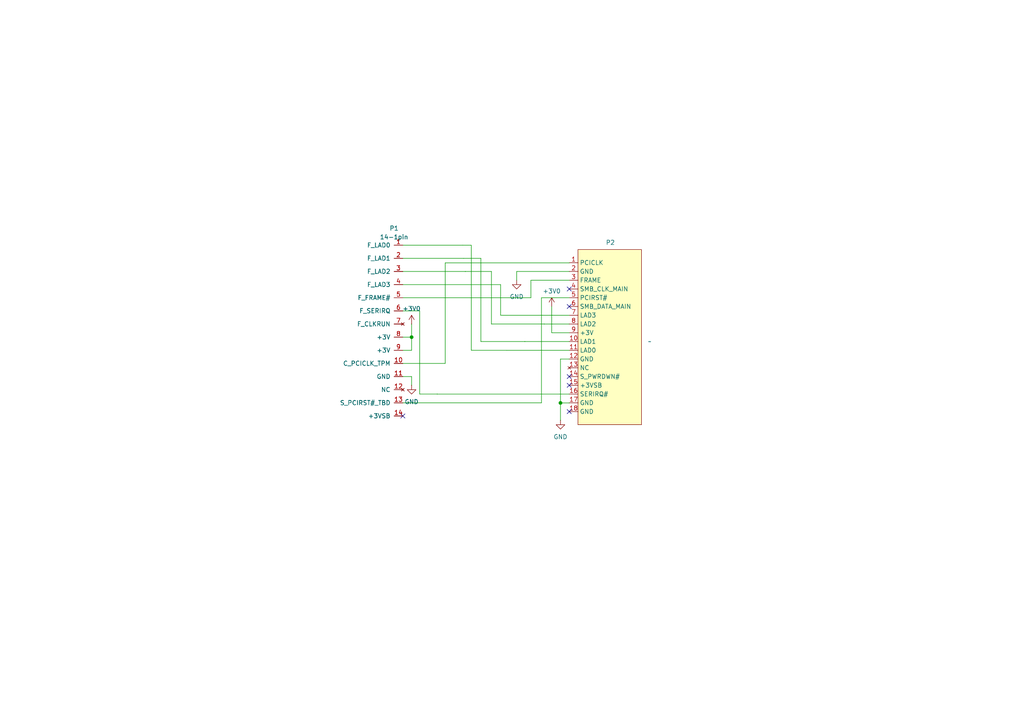
<source format=kicad_sch>
(kicad_sch (version 20231120) (generator "eeschema") (generator_version "8.0")
  (paper "A4")
  (title_block (title "Asus TPM 2.0 To Asrock TPM 2.0 Adapter") (date "2024-12-01") (rev "1.0") (company "Jeff Chen"))
  (lib_symbols
    (symbol "AsrockTPM:AsrockTPM"
      (property "Reference" "P" (at 9.144 1.27 0))
      (symbol "AsrockTPM_0_0"
        (pin output line (at -2.54 -3.81 0) (length 2.54) (name "PCICLK") (number "1"))
        (pin tri_state line (at -2.54 -26.67 0) (length 2.54) (name "LAD1") (number "10"))
        (pin tri_state line (at -2.54 -29.21 0) (length 2.54) (name "LAD0") (number "11"))
        (pin power_in line (at -2.54 -31.75 0) (length 2.54) (name "GND") (number "12"))
        (pin no_connect line (at -2.54 -34.29 0) (length 2.54) (name "NC") (number "13"))
        (pin output line (at -2.54 -36.83 0) (length 2.54) (name "S_PWRDWN#") (number "14"))
        (pin power_out line (at -2.54 -39.37 0) (length 2.54) (name "+3VSB") (number "15"))
        (pin output line (at -2.54 -41.91 0) (length 2.54) (name "SERIRQ#") (number "16"))
        (pin power_in line (at -2.54 -44.45 0) (length 2.54) (name "GND") (number "17"))
        (pin power_in line (at -2.54 -46.99 0) (length 2.54) (name "GND") (number "18"))
        (pin power_in line (at -2.54 -6.35 0) (length 2.54) (name "GND") (number "2"))
        (pin output line (at -2.54 -8.89 0) (length 2.54) (name "FRAME") (number "3"))
        (pin output line (at -2.54 -11.43 0) (length 2.54) (name "SMB_CLK_MAIN") (number "4"))
        (pin output line (at -2.54 -13.97 0) (length 2.54) (name "PCIRST#") (number "5"))
        (pin output line (at -2.54 -16.51 0) (length 2.54) (name "SMB_DATA_MAIN") (number "6"))
        (pin tri_state line (at -2.54 -19.05 0) (length 2.54) (name "LAD3") (number "7"))
        (pin tri_state line (at -2.54 -21.59 0) (length 2.54) (name "LAD2") (number "8"))
        (pin power_out line (at -2.54 -24.13 0) (length 2.54) (name "+3V") (number "9"))
      )
      (symbol "AsrockTPM_1_1"
        (rectangle (start 0 0) (end 18.415 -50.8) (fill (type background)))
      )
    )
    (symbol "MyTPM:14-1pin" (pin_names (offset 1.016))
      (property "Reference" "P" (at 7.62 0 0))
      (property "Value" "14-1pin" (at -6.35 0 0))
      (symbol "14-1pin_0_0"
        (pin bidirectional line (at 0 -3.81 0) (length 2.54) (name "F_LAD0") (number "1"))
        (pin unspecified line (at 0 -38.1 0) (length 2.54) (name "C_PCICLK_TPM") (number "10"))
        (pin power_in line (at 0 -41.91 0) (length 2.54) (name "GND") (number "11"))
        (pin no_connect line (at 0 -45.72 0) (length 2.54) (name "NC") (number "12"))
        (pin unspecified line (at 0 -49.53 0) (length 2.54) (name "S_PCIRST#_TBD") (number "13"))
        (pin power_in line (at 0 -53.34 0) (length 2.54) (name "+3VSB") (number "14"))
        (pin bidirectional line (at 0 -7.62 0) (length 2.54) (name "F_LAD1") (number "2"))
        (pin bidirectional line (at 0 -11.43 0) (length 2.54) (name "F_LAD2") (number "3"))
        (pin bidirectional line (at 0 -15.24 0) (length 2.54) (name "F_LAD3") (number "4"))
        (pin unspecified line (at 0 -19.05 0) (length 2.54) (name "F_FRAME#") (number "5"))
        (pin unspecified line (at 0 -22.86 0) (length 2.54) (name "F_SERIRQ") (number "6"))
        (pin no_connect line (at 0 -26.67 0) (length 2.54) (name "F_CLKRUN") (number "7"))
        (pin power_in line (at 0 -30.48 0) (length 2.54) (name "+3V") (number "8"))
        (pin power_in line (at 0 -34.29 0) (length 2.54) (name "+3V") (number "9"))
      )
    )
    (symbol "power:+3V0" (power) (pin_numbers hide) (pin_names (offset 0) hide)
      (property "Value" "+3V0" (at 0 3.556 0))
      (symbol "+3V0_0_1"
        (polyline (pts (xy -0.762 1.27) (xy 0 2.54)))
        (polyline (pts (xy 0 0) (xy 0 2.54)))
        (polyline (pts (xy 0 2.54) (xy 0.762 1.27)))
      )
      (symbol "+3V0_1_1"
        (pin power_in line (at 0 0 90) (length 0) (name "~") (number "1"))
      )
    )
    (symbol "power:GND" (power) (pin_numbers hide) (pin_names (offset 0) hide)
      (property "Value" "GND" (at 0 -3.81 0))
      (symbol "GND_0_1"
        (polyline (pts (xy 0 0) (xy 0 -1.27) (xy 1.27 -1.27) (xy 0 -2.54) (xy -1.27 -1.27) (xy 0 -1.27)))
      )
      (symbol "GND_1_1"
        (pin power_in line (at 0 0 270) (length 0) (name "~") (number "1"))
      )
    )
  )
  (junction (at 162.56 116.8651))
  (junction (at 119.38 97.79))
  (no_connect (at 165.1 83.82))
  (no_connect (at 165.1 88.9))
  (no_connect (at 165.1 109.22))
  (no_connect (at 116.84 120.65))
  (no_connect (at 165.1 119.38))
  (no_connect (at 165.1 111.76))
  (wire (pts (xy 160.02 88.9) (xy 160.02 96.52)))
  (wire (pts (xy 116.84 97.79) (xy 119.38 97.79)))
  (wire (pts (xy 116.84 82.55) (xy 145.1983 82.55)))
  (wire (pts (xy 162.56 104.14) (xy 162.56 116.8651)))
  (wire (pts (xy 162.56 116.8651) (xy 162.56 121.92)))
  (wire (pts (xy 146.9086 101.5969) (xy 146.9086 101.6)))
  (wire (pts (xy 153.9845 86.36) (xy 153.9845 81.28)))
  (wire (pts (xy 163.0361 91.4369) (xy 163.0361 91.44)))
  (wire (pts (xy 121.7297 114.2918) (xy 126.8097 114.2918)))
  (wire (pts (xy 116.84 86.36) (xy 153.9845 86.36)))
  (wire (pts (xy 153.9845 81.28) (xy 165.1 81.28)))
  (wire (pts (xy 160.02 96.52) (xy 165.1 96.52)))
  (wire (pts (xy 145.1983 82.55) (xy 145.1983 91.4369)))
  (wire (pts (xy 134.9771 78.74) (xy 116.84 78.74)))
  (wire (pts (xy 146.9086 101.6) (xy 165.1 101.6)))
  (wire (pts (xy 145.1983 91.4369) (xy 163.0361 91.4369)))
  (wire (pts (xy 157.8371 93.9769) (xy 157.8371 93.98)))
  (wire (pts (xy 116.84 109.22) (xy 119.38 109.22)))
  (wire (pts (xy 134.2086 71.1169) (xy 134.2086 71.12)))
  (wire (pts (xy 116.84 116.84) (xy 157.0482 116.84)))
  (wire (pts (xy 149.86 78.74) (xy 149.86 81.28)))
  (wire (pts (xy 126.8097 114.3) (xy 165.1 114.3)))
  (wire (pts (xy 152.2335 99.06) (xy 165.1 99.06)))
  (wire (pts (xy 157.8371 93.98) (xy 165.1 93.98)))
  (wire (pts (xy 134.2086 71.12) (xy 116.84 71.12)))
  (wire (pts (xy 142.5393 93.9769) (xy 157.8371 93.9769)))
  (wire (pts (xy 157.0482 86.36) (xy 165.1 86.36)))
  (wire (pts (xy 165.1 76.2432) (xy 165.1 76.2)))
  (wire (pts (xy 139.4757 99.0569) (xy 152.2335 99.0569)))
  (wire (pts (xy 129.132 76.2432) (xy 165.1 76.2432)))
  (wire (pts (xy 136.6908 71.1169) (xy 136.6908 101.5969)))
  (wire (pts (xy 121.7297 90.1618) (xy 121.7297 114.2918)))
  (wire (pts (xy 134.9771 78.7369) (xy 142.5393 78.7369)))
  (wire (pts (xy 134.9771 78.7369) (xy 134.9771 78.74)))
  (wire (pts (xy 142.5393 78.7369) (xy 142.5393 93.9769)))
  (wire (pts (xy 165.1 78.74) (xy 149.86 78.74)))
  (wire (pts (xy 129.132 105.41) (xy 129.132 76.2432)))
  (wire (pts (xy 165.1 116.8651) (xy 165.1 116.84)))
  (wire (pts (xy 165.1 104.14) (xy 162.56 104.14)))
  (wire (pts (xy 136.6908 101.5969) (xy 146.9086 101.5969)))
  (wire (pts (xy 157.0482 116.84) (xy 157.0482 86.36)))
  (wire (pts (xy 139.4757 74.9269) (xy 139.4757 99.0569)))
  (wire (pts (xy 134.4535 74.9269) (xy 134.4535 74.93)))
  (wire (pts (xy 152.2335 99.0569) (xy 152.2335 99.06)))
  (wire (pts (xy 116.84 101.6) (xy 119.38 101.6)))
  (wire (pts (xy 119.38 93.98) (xy 119.38 97.79)))
  (wire (pts (xy 134.4535 74.9269) (xy 139.4757 74.9269)))
  (wire (pts (xy 119.1897 90.17) (xy 116.84 90.17)))
  (wire (pts (xy 129.132 105.41) (xy 116.84 105.41)))
  (wire (pts (xy 134.2086 71.1169) (xy 136.6908 71.1169)))
  (wire (pts (xy 119.1897 90.1618) (xy 119.1897 90.17)))
  (wire (pts (xy 119.38 97.79) (xy 119.38 101.6)))
  (wire (pts (xy 119.1897 90.1618) (xy 121.7297 90.1618)))
  (wire (pts (xy 134.4535 74.93) (xy 116.84 74.93)))
  (wire (pts (xy 163.0361 91.44) (xy 165.1 91.44)))
  (wire (pts (xy 119.38 109.22) (xy 119.38 111.76)))
  (wire (pts (xy 126.8097 114.2918) (xy 126.8097 114.3)))
  (wire (pts (xy 162.56 116.8651) (xy 165.1 116.8651)))
  (symbol (lib_id "power:+3V0") (at 119.38 93.98 0) (unit 1)
    (property "Reference" "#PWR01" (effects (hide yes)))
    (property "Value" "+3V0" (at 119.38 89.5194 0))
    (property "Description" "Power symbol creates a global label with name \"+3V0\"" (effects (hide yes)))
  )
  (symbol (lib_id "power:GND") (at 149.86 81.28 0) (unit 1)
    (property "Reference" "#PWR04" (effects (hide yes)))
    (property "Value" "GND" (at 149.86 86.0659 0))
    (property "Description" "Power symbol creates a global label with name \"GND\" , ground" (effects (hide yes)))
  )
  (symbol (lib_id "power:+3V0") (at 160.02 88.9 0) (unit 1)
    (property "Reference" "#PWR05" (effects (hide yes)))
    (property "Value" "+3V0" (at 160.02 84.4394 0))
    (property "Description" "Power symbol creates a global label with name \"+3V0\"" (effects (hide yes)))
  )
  (symbol (lib_id "AsrockTPM:AsrockTPM") (at 167.64 72.39 0) (unit 1)
    (property "Reference" "P2" (at 175.6865 70.3393 0) (effects (justify left)))
    (property "Value" "~" (at 187.8825 99.06 0) (effects (justify left)))
    (property "Footprint" "AsroclTPM:18pin" (effects (hide yes)))
  )
  (symbol (lib_id "power:GND") (at 119.38 111.76 0) (unit 1)
    (property "Reference" "#PWR02" (effects (hide yes)))
    (property "Value" "GND" (at 119.38 116.5459 0))
    (property "Description" "Power symbol creates a global label with name \"GND\" , ground" (effects (hide yes)))
  )
  (symbol (lib_id "power:GND") (at 162.56 121.92 0) (unit 1)
    (property "Reference" "#PWR03" (effects (hide yes)))
    (property "Value" "GND" (at 162.56 126.7059 0))
    (property "Description" "Power symbol creates a global label with name \"GND\" , ground" (effects (hide yes)))
  )
  (symbol (lib_id "MyTPM:14-1pin") (at 116.84 67.31 0) (mirror y) (unit 1)
    (property "Reference" "P1" (at 114.3 66.2145 0))
    (property "Value" "14-1pin" (at 114.3 68.7545 0))
    (property "Footprint" "MyTPM:14-1Pin" (effects (hide yes)))
  )
)
</source>
